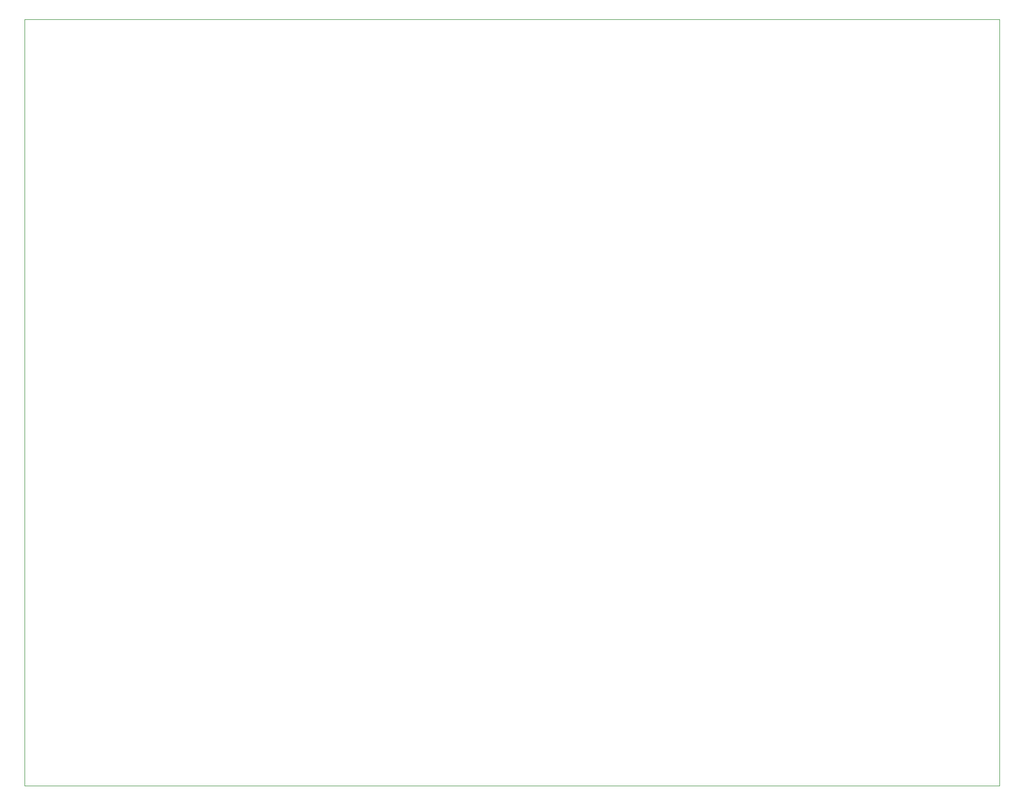
<source format=gbr>
%TF.GenerationSoftware,KiCad,Pcbnew,7.0.9*%
%TF.CreationDate,2024-11-01T10:26:33+02:00*%
%TF.ProjectId,BMS,424d532e-6b69-4636-9164-5f7063625858,rev?*%
%TF.SameCoordinates,Original*%
%TF.FileFunction,Profile,NP*%
%FSLAX46Y46*%
G04 Gerber Fmt 4.6, Leading zero omitted, Abs format (unit mm)*
G04 Created by KiCad (PCBNEW 7.0.9) date 2024-11-01 10:26:33*
%MOMM*%
%LPD*%
G01*
G04 APERTURE LIST*
%TA.AperFunction,Profile*%
%ADD10C,0.100000*%
%TD*%
G04 APERTURE END LIST*
D10*
X60000000Y-32650000D02*
X217975000Y-32650000D01*
X217975000Y-156875000D01*
X60000000Y-156875000D01*
X60000000Y-32650000D01*
M02*

</source>
